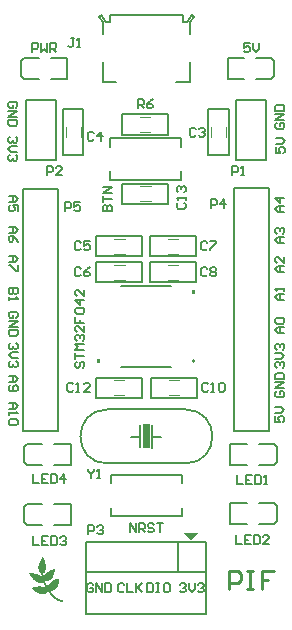
<source format=gto>
G04*
G04 #@! TF.GenerationSoftware,Altium Limited,Altium Designer,18.1.6 (161)*
G04*
G04 Layer_Color=65535*
%FSTAX24Y24*%
%MOIN*%
G70*
G01*
G75*
%ADD10C,0.0079*%
%ADD11C,0.0070*%
%ADD12C,0.0040*%
%ADD13C,0.0050*%
%ADD14C,0.0080*%
%ADD15C,0.0060*%
%ADD16C,0.0059*%
%ADD17C,0.0100*%
G36*
X016421Y012489D02*
X016671Y012739D01*
X016171D01*
X016421Y012489D01*
D02*
G37*
G36*
X015036Y016345D02*
Y015555D01*
X014806D01*
Y016345D01*
X015036D01*
D02*
G37*
G36*
X013367Y01838D02*
X013267D01*
Y01853D01*
X013367D01*
Y01838D01*
D02*
G37*
G36*
X016447Y020683D02*
X016547D01*
Y020833D01*
X016447D01*
Y020683D01*
D02*
G37*
G36*
X011475Y011914D02*
X01148Y011913D01*
X011481Y011911D01*
X011484Y011907D01*
X011488Y011899D01*
X011494Y011889D01*
X011499Y011879D01*
X011505Y011869D01*
X011508Y01186D01*
X01151Y011854D01*
X011512Y011851D01*
X011521Y011832D01*
X011528Y011816D01*
X011534Y011801D01*
X011538Y01179D01*
X011541Y011779D01*
X011544Y011773D01*
X011546Y011769D01*
Y011768D01*
X011549Y011754D01*
X011553Y011741D01*
X011554Y011735D01*
Y011731D01*
X011556Y011728D01*
Y011727D01*
X01156Y01171D01*
X011563Y011699D01*
X011566Y011691D01*
Y011689D01*
X01157Y011672D01*
X011572Y011659D01*
X011573Y011649D01*
Y011648D01*
Y011646D01*
X011575Y011631D01*
Y011615D01*
Y011608D01*
Y011602D01*
Y011598D01*
Y011596D01*
Y011574D01*
X011573Y011566D01*
Y011558D01*
Y011552D01*
X011572Y011548D01*
Y011545D01*
Y011544D01*
X01157Y01153D01*
X011569Y011519D01*
X011568Y01151D01*
X011566Y011508D01*
Y011507D01*
X011559Y011485D01*
X011551Y011465D01*
X011547Y011457D01*
X011544Y011451D01*
X011543Y011447D01*
X011541Y011445D01*
X011528Y011425D01*
X011515Y011407D01*
X011509Y0114D01*
X011505Y011394D01*
X011502Y011391D01*
X0115Y01139D01*
X011494Y011383D01*
X011493Y011381D01*
X011491Y01138D01*
X01149Y011377D01*
X011488Y011375D01*
X011487D01*
X011486Y011369D01*
Y011361D01*
X011487Y011352D01*
Y01135D01*
Y011349D01*
X011488Y01134D01*
X01149Y011328D01*
X011493Y011314D01*
X011496Y011301D01*
X011497Y011287D01*
X0115Y011276D01*
X011502Y011268D01*
Y011267D01*
Y011265D01*
X011503Y01126D01*
Y011258D01*
X011505Y011255D01*
Y011257D01*
X011506Y011258D01*
Y01126D01*
Y011261D01*
X01151Y01127D01*
X011512Y011273D01*
Y011274D01*
X011516Y011286D01*
X011522Y011298D01*
X011525Y011305D01*
X011527Y011306D01*
Y011308D01*
X011532Y01132D01*
X011538Y01133D01*
X011541Y011336D01*
X011543Y011337D01*
X011559Y011359D01*
X011573Y011377D01*
X011579Y011384D01*
X011585Y01139D01*
X011588Y011393D01*
X011589Y011394D01*
X01161Y011415D01*
X011629Y011429D01*
X011636Y011435D01*
X011642Y01144D01*
X011645Y011441D01*
X011647Y011443D01*
X011666Y011454D01*
X011683Y011465D01*
X011691Y011467D01*
X011696Y01147D01*
X011701Y011473D01*
X011702D01*
X011724Y011482D01*
X01174Y011489D01*
X011746Y011491D01*
X011751Y011492D01*
X011753Y011494D01*
X011755D01*
X011764Y011497D01*
X011765Y011498D01*
X011767D01*
X011774Y0115D01*
X011775Y011501D01*
X011781Y011503D01*
X011789Y011504D01*
X011793Y011506D01*
X011796D01*
X011808Y011508D01*
X011819Y011511D01*
X011827Y011513D01*
X01183D01*
X01184Y011514D01*
X011849D01*
X011853Y011513D01*
X011854D01*
X01186Y011511D01*
X011865Y011507D01*
X011866Y011504D01*
X011868Y011503D01*
X011871Y011495D01*
Y011486D01*
Y011481D01*
Y011479D01*
Y011478D01*
X011869Y011465D01*
X011866Y011451D01*
X011865Y011445D01*
X011863Y011441D01*
X011862Y011438D01*
Y011437D01*
X011857Y011426D01*
X011856Y011422D01*
Y011421D01*
X011854Y011415D01*
Y011409D01*
X011853Y011406D01*
Y011405D01*
X011846Y011383D01*
X01184Y011364D01*
X011837Y011356D01*
X011834Y01135D01*
X011833Y011346D01*
Y011344D01*
X011825Y011324D01*
X011816Y011306D01*
X011813Y011299D01*
X011812Y011293D01*
X011809Y01129D01*
Y011289D01*
X0118Y011273D01*
X011793Y011257D01*
X011783Y011243D01*
X011775Y01123D01*
X011768Y011221D01*
X011762Y011213D01*
X011758Y011208D01*
X011756Y011207D01*
X011745Y011195D01*
X011733Y011183D01*
X011721Y011173D01*
X011711Y011166D01*
X011702Y01116D01*
X011695Y011156D01*
X011691Y011153D01*
X011689Y011151D01*
X011677Y011145D01*
X011666Y011141D01*
X011657Y011137D01*
X011654Y011135D01*
X011652D01*
X011638Y011129D01*
X011625Y011125D01*
X011617Y011123D01*
X011616Y011122D01*
X011614D01*
X011606Y01112D01*
X011597Y011118D01*
X011589Y011116D01*
X011587D01*
X011576Y011115D01*
X011568D01*
X011563Y011113D01*
X011551D01*
X011549Y011112D01*
X011547D01*
Y01111D01*
Y011109D01*
X011549Y011104D01*
X011551Y011094D01*
X011554Y011085D01*
X011556Y011082D01*
Y011081D01*
X011563Y011063D01*
X01157Y011047D01*
X011572Y011041D01*
X011575Y011037D01*
X011576Y011034D01*
Y011033D01*
X011581Y011024D01*
X011585Y011012D01*
X011595Y010992D01*
X0116Y010983D01*
X011604Y010976D01*
X011606Y01097D01*
X011607Y010968D01*
X011614Y010955D01*
X01162Y010945D01*
X011625Y010936D01*
X011628Y01093D01*
X01163Y010926D01*
X011632Y010923D01*
X011633Y010921D01*
X011635Y010918D01*
X011638D01*
X011639Y01092D01*
Y010923D01*
Y010926D01*
Y010927D01*
Y010932D01*
Y010933D01*
X011641Y010936D01*
Y010937D01*
X011642Y01094D01*
Y010942D01*
X011644Y010946D01*
Y010948D01*
X011645Y010952D01*
Y010954D01*
X011647Y010958D01*
Y010959D01*
X011648Y010962D01*
Y010964D01*
X01165Y01097D01*
X011651Y010971D01*
X011655Y01098D01*
X011658Y010987D01*
X011661Y010993D01*
X011663Y010996D01*
X011669Y011006D01*
X011671Y011015D01*
X011674Y011021D01*
X011676Y011022D01*
X011691Y011043D01*
X011705Y011059D01*
X011711Y011066D01*
X011715Y011071D01*
X011718Y011074D01*
X01172Y011075D01*
X01174Y011094D01*
X011759Y011109D01*
X011768Y011115D01*
X011774Y011119D01*
X011778Y011122D01*
X01178Y011123D01*
X0118Y011137D01*
X011819Y011147D01*
X011827Y011151D01*
X011833Y011154D01*
X011837Y011157D01*
X011838D01*
X011863Y011169D01*
X011875Y011173D01*
X011885Y011178D01*
X011894Y011181D01*
X0119Y011183D01*
X011904Y011185D01*
X011906D01*
X011919Y011189D01*
X011932Y011194D01*
X011938Y011195D01*
X011942Y011197D01*
X011945Y011198D01*
X011947D01*
X011955Y011201D01*
X011963Y011204D01*
X011969Y011205D01*
X011973Y011207D01*
X011979Y011208D01*
X01198D01*
X011985Y01121D01*
X011986D01*
X011991Y011208D01*
X011994Y011207D01*
X011996Y011205D01*
X011998Y011204D01*
X012001Y011202D01*
X012002Y011201D01*
X012004Y011198D01*
Y011195D01*
X012005Y011185D01*
X012007Y011176D01*
Y011173D01*
Y011172D01*
Y011154D01*
Y011141D01*
Y011135D01*
X012005Y011131D01*
Y011129D01*
Y011128D01*
Y011123D01*
Y011119D01*
X012004Y011116D01*
Y011115D01*
Y011109D01*
Y011103D01*
Y0111D01*
Y011099D01*
X012002Y01109D01*
X012001Y011087D01*
Y011085D01*
Y011082D01*
Y011079D01*
Y011078D01*
Y011075D01*
X011999Y011074D01*
Y011072D01*
Y011066D01*
X011998Y011065D01*
Y011063D01*
X011996Y011058D01*
X011995Y01105D01*
X011992Y011034D01*
X011989Y011027D01*
X011988Y011021D01*
X011986Y011017D01*
Y011015D01*
X01198Y010993D01*
X011977Y010984D01*
X011975Y010976D01*
X011972Y01097D01*
X01197Y010965D01*
X011969Y010962D01*
Y010961D01*
X01196Y010942D01*
X01195Y010926D01*
X011939Y01091D01*
X011929Y010897D01*
X01192Y010886D01*
X011913Y010879D01*
X011909Y010873D01*
X011907Y010872D01*
X011893Y010858D01*
X011878Y010848D01*
X011863Y010839D01*
X01185Y010832D01*
X011838Y010826D01*
X01183Y010822D01*
X011824Y01082D01*
X011821Y010819D01*
X011812Y010815D01*
X011809Y010813D01*
X011808D01*
X011799Y010812D01*
X011796Y01081D01*
X011794D01*
X011787Y010809D01*
X011786Y010807D01*
X011784D01*
X011778Y010806D01*
X011777Y010804D01*
X011771D01*
X01177Y010803D01*
X011756D01*
X011749Y010801D01*
X011746Y0108D01*
X011737D01*
X011733Y010798D01*
X011717D01*
Y010795D01*
X01172Y010791D01*
X011727Y010779D01*
X011731Y010772D01*
X011734Y010768D01*
X011737Y010763D01*
X011739Y010762D01*
X011758Y010738D01*
X011768Y010727D01*
X011775Y010716D01*
X011783Y010708D01*
X011789Y0107D01*
X011793Y010696D01*
X011794Y010694D01*
X011808Y01068D01*
X011821Y010665D01*
X011827Y010659D01*
X011831Y010653D01*
X011834Y010651D01*
X011835Y010649D01*
X011846Y01064D01*
X011853Y010633D01*
X011866Y010621D01*
X011872Y010615D01*
X011875Y010614D01*
X011898Y010596D01*
X01191Y010589D01*
X011919Y010582D01*
X011928Y010576D01*
X011934Y010571D01*
X011938Y01057D01*
X011939Y010569D01*
X011964Y010554D01*
X011976Y010547D01*
X011988Y010541D01*
X011996Y010536D01*
X012004Y010532D01*
X01201Y010531D01*
X012011Y010529D01*
X012032Y01052D01*
X012048Y010513D01*
X012054Y01051D01*
X012058Y010509D01*
X012061Y010507D01*
X012062D01*
X012081Y0105D01*
X012098Y010494D01*
X012103Y010492D01*
X012109Y010491D01*
X012112Y010489D01*
X012114D01*
X012118Y010488D01*
X012121Y010487D01*
X012124Y010485D01*
X012128Y010482D01*
X012131Y010481D01*
Y010479D01*
X012136Y010475D01*
X012137Y010473D01*
X01214Y010468D01*
X012141Y010466D01*
X012144Y01046D01*
Y010457D01*
X012146Y010451D01*
Y01045D01*
Y010449D01*
Y010441D01*
X012144Y010435D01*
X012143Y010432D01*
X012141Y010431D01*
X012137Y010427D01*
X012133Y010422D01*
X01213Y010421D01*
X012128Y010419D01*
X012122Y010418D01*
X012119D01*
X012117Y010416D01*
X012099D01*
X012093Y010418D01*
X012087Y010419D01*
X012086D01*
X012078Y010421D01*
X012071Y010424D01*
X012065Y010425D01*
X012062Y010427D01*
X012055Y010429D01*
X012046Y010434D01*
X012039Y010437D01*
X012037Y010438D01*
X012036D01*
X012026Y010444D01*
X01202Y010447D01*
X012017Y010449D01*
X012016D01*
X012014Y01045D01*
X012013Y010451D01*
X01201Y010453D01*
X012008D01*
X011996Y01046D01*
X011992Y010462D01*
X011991Y010463D01*
X011972Y010473D01*
X011958Y010481D01*
X01195Y010485D01*
X011947Y010487D01*
X011941Y010489D01*
X011934Y010495D01*
X011916Y010506D01*
X011907Y010511D01*
X0119Y010516D01*
X011895Y010519D01*
X011894Y01052D01*
X011879Y010529D01*
X011868Y010538D01*
X011859Y010544D01*
X011852Y01055D01*
X011846Y010554D01*
X011841Y010557D01*
X01184Y010558D01*
X011838D01*
X011828Y010567D01*
X011821Y010573D01*
X011816Y010577D01*
X011815Y010579D01*
X011809Y010586D01*
X011805Y010591D01*
X011802Y010593D01*
X0118Y010595D01*
X011794Y010601D01*
X01179Y010607D01*
X011784Y010611D01*
X011783Y010612D01*
X011768Y010626D01*
X011756Y010637D01*
X011748Y010646D01*
X011746Y010648D01*
X011745Y010649D01*
X011731Y010665D01*
X01172Y01068D01*
X011715Y010686D01*
X011711Y01069D01*
X01171Y010693D01*
X011708Y010694D01*
X011705Y010699D01*
X011701Y010705D01*
X011698Y010709D01*
X011696Y010711D01*
X011691Y010719D01*
X011685Y010728D01*
X011682Y010734D01*
X01168Y010735D01*
X011674Y010744D01*
X011669Y010752D01*
X011666Y010757D01*
X011664Y010759D01*
X01166Y010765D01*
X011657Y010769D01*
X011655Y010771D01*
X011652Y010774D01*
X011644Y010765D01*
X011636Y010759D01*
X011628Y010752D01*
X011622Y010747D01*
X01162Y010744D01*
X011619D01*
X011609Y010737D01*
X011601Y010731D01*
X011595Y010727D01*
X011594Y010725D01*
X011587Y010721D01*
X011578Y010716D01*
X011572Y010713D01*
X01157Y010712D01*
X011569D01*
X011559Y010708D01*
X011551Y010703D01*
X011546Y010702D01*
X011544Y0107D01*
X011528Y010696D01*
X011513Y010693D01*
X011508Y010692D01*
X011503Y01069D01*
X011499D01*
X011481Y010689D01*
X011465D01*
X011458Y01069D01*
X011434D01*
X011426Y010692D01*
X011417D01*
X011408Y010694D01*
X011398Y010697D01*
X01139Y010699D01*
X011389Y0107D01*
X011387D01*
X011354Y010712D01*
X011339Y010718D01*
X011326Y010722D01*
X011314Y010728D01*
X011305Y010733D01*
X0113Y010734D01*
X011298Y010735D01*
X011266Y010754D01*
X01125Y010765D01*
X011237Y010775D01*
X011223Y010782D01*
X011215Y01079D01*
X011209Y010794D01*
X011206Y010795D01*
X011181Y010816D01*
X011169Y010823D01*
X011161Y010832D01*
X011152Y010838D01*
X011146Y010842D01*
X011143Y010845D01*
X011142Y010847D01*
X011133Y010854D01*
X011125Y010861D01*
X01112Y010866D01*
X011115Y01087D01*
X011112Y010875D01*
X011111Y010876D01*
X011109Y01088D01*
Y010885D01*
Y010888D01*
Y010889D01*
X011112Y010898D01*
X011115Y010901D01*
Y010902D01*
X011118Y010904D01*
X011125Y010907D01*
X011133Y01091D01*
X011142Y010913D01*
X01115Y010914D01*
X011158Y010917D01*
X011163Y010918D01*
X011165D01*
X011181Y010923D01*
X011196Y010926D01*
X011207Y010929D01*
X011218Y01093D01*
X011225Y010932D01*
X011231Y010933D01*
X011235D01*
X011237Y010935D01*
X011243D01*
X01125Y010936D01*
X011253Y010937D01*
X01126Y010939D01*
X011263D01*
X011267Y01094D01*
X011276D01*
X011282Y010942D01*
X011284D01*
X011294Y010943D01*
X011304Y010945D01*
X011317D01*
X011336Y010946D01*
X011393D01*
X011409Y010945D01*
X011423D01*
X011433Y010943D01*
X011442D01*
X011447Y010942D01*
X011452D01*
X011471Y01094D01*
X011486Y010937D01*
X011491Y010936D01*
X011496D01*
X011499Y010935D01*
X0115D01*
X011516Y01093D01*
X011529Y010926D01*
X011535Y010923D01*
X01154Y010921D01*
X011541Y01092D01*
X011543D01*
X01155Y010917D01*
X011556Y010916D01*
X011563Y010913D01*
X011566Y01091D01*
X011568D01*
Y010911D01*
X011566Y010914D01*
X011565Y010917D01*
X011563Y010918D01*
X011557Y010927D01*
X011551Y010939D01*
X011541Y010962D01*
X011535Y010973D01*
X011532Y010981D01*
X011529Y010987D01*
X011528Y010989D01*
X011521Y011006D01*
X011513Y011021D01*
X011508Y011034D01*
X011503Y011044D01*
X0115Y011053D01*
X011497Y01106D01*
X011496Y011063D01*
Y011065D01*
X011493Y011071D01*
X011491Y011072D01*
Y011074D01*
X01149Y011081D01*
X011488Y011084D01*
X011487Y01109D01*
X011486Y011091D01*
Y011094D01*
X011484D01*
X011483Y011093D01*
X011481D01*
X011477Y011091D01*
X011475Y01109D01*
X011474D01*
X011461Y011084D01*
X011449Y011079D01*
X01144Y011077D01*
X011439Y011075D01*
X011437D01*
X011426Y011072D01*
X011414Y011071D01*
X011405Y011069D01*
X011357D01*
X011352Y011071D01*
X011348D01*
X011332Y011074D01*
X011316Y011079D01*
X01131Y011081D01*
X011304Y011084D01*
X011301Y011085D01*
X0113D01*
X011279Y011094D01*
X01126Y011104D01*
X011241Y011116D01*
X011223Y011128D01*
X011209Y01114D01*
X011199Y011148D01*
X011191Y011154D01*
X011188Y011156D01*
X011166Y011176D01*
X011146Y011197D01*
X011127Y011219D01*
X011109Y011239D01*
X011095Y011257D01*
X011084Y01127D01*
X01108Y011276D01*
X011077Y01128D01*
X011074Y011282D01*
Y011283D01*
X011064Y011296D01*
X011057Y011308D01*
X011049Y011317D01*
X011043Y011325D01*
X011039Y011331D01*
X011036Y011336D01*
X011033Y011339D01*
Y01134D01*
X011026Y011353D01*
X011021Y011361D01*
X01102Y011365D01*
Y011366D01*
X011021Y011371D01*
X011023Y011375D01*
X011024Y011377D01*
Y011378D01*
X011032Y011385D01*
X011033Y011387D01*
X011071D01*
X011077Y011385D01*
X011086D01*
X011106Y011384D01*
X011125Y011383D01*
X011142Y01138D01*
X011156Y011378D01*
X011169Y011377D01*
X011178Y011375D01*
X011184Y011374D01*
X011185D01*
X011218Y011369D01*
X011232Y011366D01*
X011244Y011364D01*
X011254Y011361D01*
X011262Y011359D01*
X011267Y011358D01*
X011269D01*
X011275Y011356D01*
X011281Y011353D01*
X011284Y011352D01*
X011285D01*
X011289Y01135D01*
X011295D01*
X011303Y011349D01*
X011311Y011344D01*
X011319Y011342D01*
X01132Y01134D01*
X011322D01*
X011335Y011336D01*
X011345Y011331D01*
X011351Y01133D01*
X011352Y011328D01*
X011365Y011323D01*
X011379Y011315D01*
X011389Y011311D01*
X01139Y011308D01*
X011392D01*
X011407Y011299D01*
X011417Y011293D01*
X011424Y011289D01*
X011426Y011287D01*
X01143Y011284D01*
X011431Y011283D01*
X011434Y011282D01*
Y011284D01*
Y011286D01*
X011433Y011287D01*
X011431Y011289D01*
X011433Y01129D01*
Y011292D01*
Y011293D01*
Y011295D01*
X011431Y011296D01*
Y011303D01*
X01143Y011305D01*
Y011306D01*
Y011314D01*
X011428Y011315D01*
Y011317D01*
X011427Y011325D01*
Y011327D01*
Y011328D01*
X011426Y011333D01*
X011424Y011334D01*
Y01134D01*
Y011342D01*
Y011344D01*
X011423Y011346D01*
Y01135D01*
Y011352D01*
Y011359D01*
X011421Y011364D01*
X01142Y011365D01*
Y011366D01*
X011415Y011372D01*
X011409Y01138D01*
X011405Y011385D01*
X011402Y011388D01*
X011383Y011409D01*
X01137Y011426D01*
X011365Y011432D01*
X011361Y011438D01*
X01136Y011441D01*
X011358Y011443D01*
X011348Y011463D01*
X011339Y011481D01*
X011338Y011488D01*
X011335Y011494D01*
X011333Y011497D01*
Y011498D01*
X011329Y011514D01*
X011326Y011532D01*
X011325Y011548D01*
X011323Y011563D01*
Y011576D01*
Y011586D01*
Y011592D01*
Y011595D01*
X011325Y011615D01*
X011327Y011636D01*
X011332Y011653D01*
X011335Y011671D01*
X011339Y011686D01*
X011342Y011696D01*
X011344Y011703D01*
X011345Y011706D01*
X011357Y011735D01*
X011363Y01175D01*
X011368Y011763D01*
X011373Y011775D01*
X011377Y011784D01*
X01138Y011791D01*
X011382Y011792D01*
X01139Y01181D01*
X011399Y011826D01*
X011408Y011842D01*
X011415Y011855D01*
X011421Y011866D01*
X011427Y011874D01*
X01143Y01188D01*
X011431Y011882D01*
X011439Y011892D01*
X011445Y011899D01*
X011446Y011902D01*
X011447Y011904D01*
X01145Y011908D01*
X011453Y011911D01*
X011455Y011913D01*
X011458Y011914D01*
X011459D01*
X011465Y011915D01*
X011474D01*
X011475Y011914D01*
D02*
G37*
D10*
X016536Y018455D02*
G03*
X016536Y018455I-000039J0D01*
G01*
X01374Y014665D02*
X016102D01*
Y01439D02*
Y014665D01*
X01374Y01439D02*
Y014665D01*
Y013287D02*
Y013563D01*
X016102Y013287D02*
Y013563D01*
X01374Y013287D02*
X016102D01*
X013699Y024501D02*
X016061D01*
X013699D02*
Y024777D01*
X016061Y024501D02*
Y024777D01*
Y025603D02*
Y025879D01*
X013699Y025603D02*
Y025879D01*
X016061D01*
D11*
X016221Y015045D02*
G03*
X016221Y016845I0J0009D01*
G01*
X013621D02*
G03*
X013621Y015045I0J-0009D01*
G01*
X017851Y016133D02*
Y024213D01*
X019021D01*
Y016133D02*
Y024213D01*
X017851Y016133D02*
X019021D01*
X011991Y016126D02*
Y024206D01*
X010821Y016126D02*
X011991D01*
X010821D02*
Y024206D01*
X011991D01*
X014401Y015935D02*
X014711D01*
Y015585D02*
Y016325D01*
X015121Y015935D02*
X015421D01*
X015121Y015575D02*
Y016325D01*
X013621Y016845D02*
X016221D01*
X013621Y015045D02*
X016221D01*
X012921Y010029D02*
Y011429D01*
Y010029D02*
X016921D01*
Y011429D01*
X012921Y012429D02*
X016921D01*
Y011429D02*
Y012429D01*
X012921Y011429D02*
X016921D01*
X012921D02*
Y012429D01*
X015971Y011439D02*
Y012429D01*
X01837Y02906D02*
X01817D01*
Y02891D01*
X01827Y02896D01*
X01832D01*
X01837Y02891D01*
Y02881D01*
X01832Y02876D01*
X01822D01*
X01817Y02881D01*
X01847Y02906D02*
Y02886D01*
X01857Y02876D01*
X01867Y02886D01*
Y02906D01*
X011114Y028766D02*
Y029066D01*
X011264D01*
X011314Y029016D01*
Y028916D01*
X011264Y028866D01*
X011114D01*
X011414Y029066D02*
Y028766D01*
X011514Y028866D01*
X011614Y028766D01*
Y029066D01*
X011714Y028766D02*
Y029066D01*
X011864D01*
X011914Y029016D01*
Y028916D01*
X011864Y028866D01*
X011714D01*
X011814D02*
X011914Y028766D01*
X0126Y01843D02*
X01255Y01838D01*
Y01828D01*
X0126Y01823D01*
X01265D01*
X0127Y01828D01*
Y01838D01*
X01275Y01843D01*
X0128D01*
X01285Y01838D01*
Y01828D01*
X0128Y01823D01*
X01255Y01853D02*
Y01873D01*
Y01863D01*
X01285D01*
Y01883D02*
X01255D01*
X01265Y01893D01*
X01255Y01903D01*
X01285D01*
X0126Y01913D02*
X01255Y01918D01*
Y01928D01*
X0126Y01933D01*
X01265D01*
X0127Y01928D01*
Y01923D01*
Y01928D01*
X01275Y01933D01*
X0128D01*
X01285Y01928D01*
Y01918D01*
X0128Y01913D01*
X01285Y01963D02*
Y01943D01*
X01265Y01963D01*
X0126D01*
X01255Y01958D01*
Y01948D01*
X0126Y01943D01*
X01255Y019929D02*
Y01973D01*
X0127D01*
Y019829D01*
Y01973D01*
X01285D01*
X0126Y020029D02*
X01255Y020079D01*
Y020179D01*
X0126Y020229D01*
X0128D01*
X01285Y020179D01*
Y020079D01*
X0128Y020029D01*
X0126D01*
X01285Y020479D02*
X01255D01*
X0127Y020329D01*
Y020529D01*
X01285Y020829D02*
Y020629D01*
X01265Y020829D01*
X0126D01*
X01255Y020779D01*
Y020679D01*
X0126Y020629D01*
X016036Y01101D02*
X016086Y01106D01*
X016186D01*
X016236Y01101D01*
Y01096D01*
X016186Y01091D01*
X016136D01*
X016186D01*
X016236Y01086D01*
Y01081D01*
X016186Y01076D01*
X016086D01*
X016036Y01081D01*
X016336Y01106D02*
Y01086D01*
X016436Y01076D01*
X016536Y01086D01*
Y01106D01*
X016636Y01101D02*
X016686Y01106D01*
X016786D01*
X016836Y01101D01*
Y01096D01*
X016786Y01091D01*
X016736D01*
X016786D01*
X016836Y01086D01*
Y01081D01*
X016786Y01076D01*
X016686D01*
X016636Y01081D01*
X013156Y01101D02*
X013106Y01106D01*
X013006D01*
X012956Y01101D01*
Y01081D01*
X013006Y01076D01*
X013106D01*
X013156Y01081D01*
Y01091D01*
X013056D01*
X013256Y01076D02*
Y01106D01*
X013456Y01076D01*
Y01106D01*
X013556D02*
Y01076D01*
X013706D01*
X013756Y01081D01*
Y01101D01*
X013706Y01106D01*
X013556D01*
X014959D02*
Y01076D01*
X015109D01*
X015159Y01081D01*
Y01101D01*
X015109Y01106D01*
X014959D01*
X015259D02*
X015359D01*
X015309D01*
Y01076D01*
X015259D01*
X015359D01*
X015659Y01106D02*
X015559D01*
X015509Y01101D01*
Y01081D01*
X015559Y01076D01*
X015659D01*
X015709Y01081D01*
Y01101D01*
X015659Y01106D01*
X014183Y01101D02*
X014133Y01106D01*
X014033D01*
X013983Y01101D01*
Y01081D01*
X014033Y01076D01*
X014133D01*
X014183Y01081D01*
X014283Y01106D02*
Y01076D01*
X014482D01*
X014582Y01106D02*
Y01076D01*
Y01086D01*
X014782Y01106D01*
X014632Y01091D01*
X014782Y01076D01*
X01923Y025578D02*
Y025378D01*
X01938D01*
X01933Y025478D01*
Y025528D01*
X01938Y025578D01*
X01948D01*
X01953Y025528D01*
Y025428D01*
X01948Y025378D01*
X01923Y025678D02*
X01943D01*
X01953Y025778D01*
X01943Y025878D01*
X01923D01*
X01927Y0264D02*
X01922Y02635D01*
Y02625D01*
X01927Y0262D01*
X01947D01*
X01952Y02625D01*
Y02635D01*
X01947Y0264D01*
X01937D01*
Y0263D01*
X01952Y0265D02*
X01922D01*
X01952Y0267D01*
X01922D01*
Y0268D02*
X01952D01*
Y02695D01*
X01947Y027D01*
X01927D01*
X01922Y02695D01*
Y0268D01*
X01057Y0269D02*
X01062Y02695D01*
Y02705D01*
X01057Y0271D01*
X01037D01*
X01032Y02705D01*
Y02695D01*
X01037Y0269D01*
X01047D01*
Y027D01*
X01032Y0268D02*
X01062D01*
X01032Y0266D01*
X01062D01*
Y0265D02*
X01032D01*
Y02635D01*
X01037Y0263D01*
X01057D01*
X01062Y02635D01*
Y0265D01*
X01056Y02594D02*
X01061Y02589D01*
Y02579D01*
X01056Y02574D01*
X01051D01*
X01046Y02579D01*
Y02584D01*
Y02579D01*
X01041Y02574D01*
X01036D01*
X01031Y02579D01*
Y02589D01*
X01036Y02594D01*
X01061Y02564D02*
X01041D01*
X01031Y02554D01*
X01041Y02544D01*
X01061D01*
X01056Y02534D02*
X01061Y02529D01*
Y02519D01*
X01056Y02514D01*
X01051D01*
X01046Y02519D01*
Y02524D01*
Y02519D01*
X01041Y02514D01*
X01036D01*
X01031Y02519D01*
Y02529D01*
X01036Y02534D01*
X01921Y016618D02*
Y016418D01*
X01936D01*
X01931Y016518D01*
Y016568D01*
X01936Y016618D01*
X01946D01*
X01951Y016568D01*
Y016468D01*
X01946Y016418D01*
X01921Y016718D02*
X01941D01*
X01951Y016818D01*
X01941Y016918D01*
X01921D01*
X01926Y01745D02*
X01921Y0174D01*
Y0173D01*
X01926Y01725D01*
X01946D01*
X01951Y0173D01*
Y0174D01*
X01946Y01745D01*
X01936D01*
Y01735D01*
X01951Y01755D02*
X01921D01*
X01951Y01775D01*
X01921D01*
Y01785D02*
X01951D01*
Y018D01*
X01946Y01805D01*
X01926D01*
X01921Y018D01*
Y01785D01*
X01926Y01824D02*
X01921Y01829D01*
Y01839D01*
X01926Y01844D01*
X01931D01*
X01936Y01839D01*
Y01834D01*
Y01839D01*
X01941Y01844D01*
X01946D01*
X01951Y01839D01*
Y01829D01*
X01946Y01824D01*
X01921Y01854D02*
X01941D01*
X01951Y01864D01*
X01941Y01874D01*
X01921D01*
X01926Y01884D02*
X01921Y01889D01*
Y01899D01*
X01926Y01904D01*
X01931D01*
X01936Y01899D01*
Y01894D01*
Y01899D01*
X01941Y01904D01*
X01946D01*
X01951Y01899D01*
Y01889D01*
X01946Y01884D01*
X01058Y01906D02*
X01063Y01901D01*
Y01891D01*
X01058Y01886D01*
X01053D01*
X01048Y01891D01*
Y01896D01*
Y01891D01*
X01043Y01886D01*
X01038D01*
X01033Y01891D01*
Y01901D01*
X01038Y01906D01*
X01063Y01876D02*
X01043D01*
X01033Y01866D01*
X01043Y01856D01*
X01063D01*
X01058Y01846D02*
X01063Y01841D01*
Y01831D01*
X01058Y01826D01*
X01053D01*
X01048Y01831D01*
Y01836D01*
Y01831D01*
X01043Y01826D01*
X01038D01*
X01033Y01831D01*
Y01841D01*
X01038Y01846D01*
X01058Y0199D02*
X01063Y01995D01*
Y02005D01*
X01058Y0201D01*
X01038D01*
X01033Y02005D01*
Y01995D01*
X01038Y0199D01*
X01048D01*
Y02D01*
X01033Y0198D02*
X01063D01*
X01033Y0196D01*
X01063D01*
Y0195D02*
X01033D01*
Y01935D01*
X01038Y0193D01*
X01058D01*
X01063Y01935D01*
Y0195D01*
Y02089D02*
X01033D01*
Y02074D01*
X01038Y02069D01*
X01043D01*
X01048Y02074D01*
Y02089D01*
Y02074D01*
X01053Y02069D01*
X01058D01*
X01063Y02074D01*
Y02089D01*
X01033Y02059D02*
Y02049D01*
Y02054D01*
X01063D01*
X01058Y02059D01*
X01033Y01707D02*
X01053D01*
X01063Y01697D01*
X01053Y01687D01*
X01033D01*
X01048D01*
Y01707D01*
X01033Y01677D02*
Y01667D01*
Y01672D01*
X01063D01*
X01058Y01677D01*
Y01652D02*
X01063Y01647D01*
Y01637D01*
X01058Y01632D01*
X01038D01*
X01033Y01637D01*
Y01647D01*
X01038Y01652D01*
X01058D01*
X01033Y01795D02*
X01053D01*
X01063Y01785D01*
X01053Y01775D01*
X01033D01*
X01048D01*
Y01795D01*
X01038Y01765D02*
X01033Y0176D01*
Y0175D01*
X01038Y01745D01*
X01058D01*
X01063Y0175D01*
Y0176D01*
X01058Y01765D01*
X01053D01*
X01048Y0176D01*
Y01745D01*
X01033Y02196D02*
X01053D01*
X01063Y02186D01*
X01053Y02176D01*
X01033D01*
X01048D01*
Y02196D01*
X01063Y02166D02*
Y02146D01*
X01058D01*
X01038Y02166D01*
X01033D01*
Y02294D02*
X01053D01*
X01063Y02284D01*
X01053Y02274D01*
X01033D01*
X01048D01*
Y02294D01*
X01063Y02244D02*
X01058Y02254D01*
X01048Y02264D01*
X01038D01*
X01033Y02259D01*
Y02249D01*
X01038Y02244D01*
X01043D01*
X01048Y02249D01*
Y02264D01*
X01034Y02395D02*
X01054D01*
X01064Y02385D01*
X01054Y02375D01*
X01034D01*
X01049D01*
Y02395D01*
X01064Y02345D02*
Y02365D01*
X01049D01*
X01054Y02355D01*
Y0235D01*
X01049Y02345D01*
X01039D01*
X01034Y0235D01*
Y0236D01*
X01039Y02365D01*
X01951Y02343D02*
X01931D01*
X01921Y02353D01*
X01931Y02363D01*
X01951D01*
X01936D01*
Y02343D01*
X01951Y02388D02*
X01921D01*
X01936Y02373D01*
Y02393D01*
X01951Y02241D02*
X01931D01*
X01921Y02251D01*
X01931Y02261D01*
X01951D01*
X01936D01*
Y02241D01*
X01926Y02271D02*
X01921Y02276D01*
Y02286D01*
X01926Y02291D01*
X01931D01*
X01936Y02286D01*
Y02281D01*
Y02286D01*
X01941Y02291D01*
X01946D01*
X01951Y02286D01*
Y02276D01*
X01946Y02271D01*
X01951Y02143D02*
X01931D01*
X01921Y02153D01*
X01931Y02163D01*
X01951D01*
X01936D01*
Y02143D01*
X01951Y02193D02*
Y02173D01*
X01931Y02193D01*
X01926D01*
X01921Y02188D01*
Y02178D01*
X01926Y02173D01*
X01951Y02051D02*
X01931D01*
X01921Y02061D01*
X01931Y02071D01*
X01951D01*
X01936D01*
Y02051D01*
X01951Y02081D02*
Y02091D01*
Y02086D01*
X01921D01*
X01926Y02081D01*
X01951Y0194D02*
X01931D01*
X01921Y0195D01*
X01931Y0196D01*
X01951D01*
X01936D01*
Y0194D01*
X01926Y0197D02*
X01921Y01975D01*
Y01985D01*
X01926Y0199D01*
X01946D01*
X01951Y01985D01*
Y01975D01*
X01946Y0197D01*
X01926D01*
X0116Y02466D02*
Y02496D01*
X01175D01*
X0118Y02491D01*
Y02481D01*
X01175Y02476D01*
X0116D01*
X0121Y02466D02*
X0119D01*
X0121Y02486D01*
Y02491D01*
X01205Y02496D01*
X01195D01*
X0119Y02491D01*
X01317Y02605D02*
X01312Y0261D01*
X01302D01*
X01297Y02605D01*
Y02585D01*
X01302Y0258D01*
X01312D01*
X01317Y02585D01*
X01342Y0258D02*
Y0261D01*
X01327Y02595D01*
X01347D01*
X01778Y02465D02*
Y02495D01*
X01793D01*
X01798Y0249D01*
Y0248D01*
X01793Y02475D01*
X01778D01*
X01808Y02465D02*
X01818D01*
X01813D01*
Y02495D01*
X01808Y0249D01*
X01656Y02619D02*
X01651Y02624D01*
X01641D01*
X01636Y02619D01*
Y02599D01*
X01641Y02594D01*
X01651D01*
X01656Y02599D01*
X01666Y02619D02*
X01671Y02624D01*
X01681D01*
X01686Y02619D01*
Y02614D01*
X01681Y02609D01*
X01676D01*
X01681D01*
X01686Y02604D01*
Y02599D01*
X01681Y02594D01*
X01671D01*
X01666Y02599D01*
X01707Y02356D02*
Y02386D01*
X01722D01*
X01727Y02381D01*
Y02371D01*
X01722Y02366D01*
X01707D01*
X01752Y02356D02*
Y02386D01*
X01737Y02371D01*
X01757D01*
X01221Y02346D02*
Y02376D01*
X01236D01*
X01241Y02371D01*
Y02361D01*
X01236Y02356D01*
X01221D01*
X01271Y02376D02*
X01251D01*
Y02361D01*
X01261Y02366D01*
X01266D01*
X01271Y02361D01*
Y02351D01*
X01266Y02346D01*
X01256D01*
X01251Y02351D01*
X01299Y01486D02*
Y01481D01*
X01309Y01471D01*
X01319Y01481D01*
Y01486D01*
X01309Y01471D02*
Y01456D01*
X01329D02*
X01339D01*
X01334D01*
Y01486D01*
X01329Y01481D01*
X01464Y02689D02*
Y02719D01*
X01479D01*
X01484Y02714D01*
Y02704D01*
X01479Y02699D01*
X01464D01*
X01474D02*
X01484Y02689D01*
X01514Y02719D02*
X01504Y02714D01*
X01494Y02704D01*
Y02694D01*
X01499Y02689D01*
X01509D01*
X01514Y02694D01*
Y02699D01*
X01509Y02704D01*
X01494D01*
X01299Y01269D02*
Y01299D01*
X01314D01*
X01319Y01294D01*
Y01284D01*
X01314Y01279D01*
X01299D01*
X01329Y01294D02*
X01334Y01299D01*
X01344D01*
X01349Y01294D01*
Y01289D01*
X01344Y01284D01*
X01339D01*
X01344D01*
X01349Y01279D01*
Y01274D01*
X01344Y01269D01*
X01334D01*
X01329Y01274D01*
X01113Y01469D02*
Y01439D01*
X01133D01*
X01163Y01469D02*
X01143D01*
Y01439D01*
X01163D01*
X01143Y01454D02*
X01153D01*
X01173Y01469D02*
Y01439D01*
X01188D01*
X01193Y01444D01*
Y01464D01*
X01188Y01469D01*
X01173D01*
X01218Y01439D02*
Y01469D01*
X01203Y01454D01*
X01223D01*
X01115Y01262D02*
Y01232D01*
X01135D01*
X01165Y01262D02*
X01145D01*
Y01232D01*
X01165D01*
X01145Y01247D02*
X01155D01*
X01175Y01262D02*
Y01232D01*
X0119D01*
X01195Y01237D01*
Y01257D01*
X0119Y01262D01*
X01175D01*
X01205Y01257D02*
X0121Y01262D01*
X0122D01*
X01225Y01257D01*
Y01252D01*
X0122Y01247D01*
X01215D01*
X0122D01*
X01225Y01242D01*
Y01237D01*
X0122Y01232D01*
X0121D01*
X01205Y01237D01*
X0179Y01265D02*
Y01235D01*
X0181D01*
X0184Y01265D02*
X0182D01*
Y01235D01*
X0184D01*
X0182Y0125D02*
X0183D01*
X0185Y01265D02*
Y01235D01*
X01865D01*
X0187Y0124D01*
Y0126D01*
X01865Y01265D01*
X0185D01*
X019Y01235D02*
X0188D01*
X019Y01255D01*
Y0126D01*
X01895Y01265D01*
X01885D01*
X0188Y0126D01*
X01795Y01466D02*
Y01436D01*
X01815D01*
X01845Y01466D02*
X01825D01*
Y01436D01*
X01845D01*
X01825Y01451D02*
X01835D01*
X01855Y01466D02*
Y01436D01*
X0187D01*
X01875Y01441D01*
Y01461D01*
X0187Y01466D01*
X01855D01*
X01885Y01436D02*
X01895D01*
X0189D01*
Y01466D01*
X01885Y01461D01*
X01252Y02922D02*
X01242D01*
X01247D01*
Y02897D01*
X01242Y02892D01*
X01237D01*
X01232Y02897D01*
X01262Y02892D02*
X01272D01*
X01267D01*
Y02922D01*
X01262Y02917D01*
X01249Y01769D02*
X01244Y01774D01*
X01234D01*
X01229Y01769D01*
Y01749D01*
X01234Y01744D01*
X01244D01*
X01249Y01749D01*
X01259Y01744D02*
X01269D01*
X01264D01*
Y01774D01*
X01259Y01769D01*
X01304Y01744D02*
X01284D01*
X01304Y01764D01*
Y01769D01*
X01299Y01774D01*
X01289D01*
X01284Y01769D01*
X01599Y02373D02*
X01594Y02368D01*
Y02358D01*
X01599Y02353D01*
X01619D01*
X01624Y02358D01*
Y02368D01*
X01619Y02373D01*
X01624Y02383D02*
Y02393D01*
Y02388D01*
X01594D01*
X01599Y02383D01*
Y02408D02*
X01594Y02413D01*
Y02423D01*
X01599Y02428D01*
X01604D01*
X01609Y02423D01*
Y02418D01*
Y02423D01*
X01614Y02428D01*
X01619D01*
X01624Y02423D01*
Y02413D01*
X01619Y02408D01*
X01698Y01768D02*
X01693Y01773D01*
X01683D01*
X01678Y01768D01*
Y01748D01*
X01683Y01743D01*
X01693D01*
X01698Y01748D01*
X01708Y01743D02*
X01718D01*
X01713D01*
Y01773D01*
X01708Y01768D01*
X01733D02*
X01738Y01773D01*
X01748D01*
X01753Y01768D01*
Y01748D01*
X01748Y01743D01*
X01738D01*
X01733Y01748D01*
Y01768D01*
X01695Y02153D02*
X0169Y02158D01*
X0168D01*
X01675Y02153D01*
Y02133D01*
X0168Y02128D01*
X0169D01*
X01695Y02133D01*
X01705Y02153D02*
X0171Y02158D01*
X0172D01*
X01725Y02153D01*
Y02148D01*
X0172Y02143D01*
X01725Y02138D01*
Y02133D01*
X0172Y02128D01*
X0171D01*
X01705Y02133D01*
Y02138D01*
X0171Y02143D01*
X01705Y02148D01*
Y02153D01*
X0171Y02143D02*
X0172D01*
X01695Y0224D02*
X0169Y02245D01*
X0168D01*
X01675Y0224D01*
Y0222D01*
X0168Y02215D01*
X0169D01*
X01695Y0222D01*
X01705Y02245D02*
X01725D01*
Y0224D01*
X01705Y0222D01*
Y02215D01*
X01274Y02153D02*
X01269Y02158D01*
X01259D01*
X01254Y02153D01*
Y02133D01*
X01259Y02128D01*
X01269D01*
X01274Y02133D01*
X01304Y02158D02*
X01294Y02153D01*
X01284Y02143D01*
Y02133D01*
X01289Y02128D01*
X01299D01*
X01304Y02133D01*
Y02138D01*
X01299Y02143D01*
X01284D01*
X01273Y0224D02*
X01268Y02245D01*
X01258D01*
X01253Y0224D01*
Y0222D01*
X01258Y02215D01*
X01268D01*
X01273Y0222D01*
X01303Y02245D02*
X01283D01*
Y0223D01*
X01293Y02235D01*
X01298D01*
X01303Y0223D01*
Y0222D01*
X01298Y02215D01*
X01288D01*
X01283Y0222D01*
D12*
X01274Y02592D02*
Y02626D01*
X01224Y02592D02*
Y02626D01*
X01758Y02592D02*
Y02626D01*
X01708Y02592D02*
Y02626D01*
X01472Y02378D02*
X01506D01*
X01472Y02428D02*
X01506D01*
X01563Y022536D02*
X01597D01*
X01563Y022036D02*
X01597D01*
X01563Y02167D02*
X01597D01*
X01563Y02117D02*
X01597D01*
X013858Y022036D02*
X014198D01*
X013858Y022536D02*
X014198D01*
X013858Y02117D02*
X014198D01*
X013858Y02167D02*
X014198D01*
X01566Y01782D02*
X016D01*
X01566Y01732D02*
X016D01*
X01384D02*
X01418D01*
X01384Y01782D02*
X01418D01*
X014707Y026589D02*
X015047D01*
X014707Y026089D02*
X015047D01*
D13*
X01215Y02533D02*
Y02686D01*
Y02533D02*
X01282D01*
Y02686D01*
X01215D02*
X01282D01*
X01699Y02533D02*
Y02686D01*
Y02533D02*
X01766D01*
Y02686D01*
X01699D02*
X01766D01*
X01412Y02369D02*
Y02436D01*
X01565D01*
Y02369D02*
Y02436D01*
X01412Y02369D02*
X01565D01*
X01657Y021956D02*
Y022626D01*
X01504Y021956D02*
X01657D01*
X01504D02*
Y022626D01*
X01657D01*
Y02109D02*
Y02176D01*
X01504Y02109D02*
X01657D01*
X01504D02*
Y02176D01*
X01657D01*
X013258Y021946D02*
Y022616D01*
X014788D01*
Y021946D02*
Y022616D01*
X013258Y021946D02*
X014788D01*
X013258Y02108D02*
Y02175D01*
X014788D01*
Y02108D02*
Y02175D01*
X013258Y02108D02*
X014788D01*
X0166Y01724D02*
Y01791D01*
X01507Y01724D02*
X0166D01*
X01507D02*
Y01791D01*
X0166D01*
X01324Y01723D02*
Y0179D01*
X01477D01*
Y01723D02*
Y0179D01*
X01324Y01723D02*
X01477D01*
X01866Y015D02*
X01916D01*
X01771D02*
X01826D01*
X01866Y0157D02*
X01916D01*
X01771D02*
X01826D01*
X01926Y0151D02*
Y0156D01*
X01916Y015D02*
X01926Y0151D01*
X01916Y0157D02*
X01926Y0156D01*
X01771Y015D02*
Y0157D01*
X01866Y01303D02*
X01916D01*
X01771D02*
X01826D01*
X01866Y01373D02*
X01916D01*
X01771D02*
X01826D01*
X01926Y01313D02*
Y01363D01*
X01916Y01303D02*
X01926Y01313D01*
X01916Y01373D02*
X01926Y01363D01*
X01771Y01303D02*
Y01373D01*
X01095Y0157D02*
X01145D01*
X01185D02*
X0124D01*
X01095Y015D02*
X01145D01*
X01185D02*
X0124D01*
X01085Y0151D02*
Y0156D01*
X01095Y0157D01*
X01085Y0151D02*
X01095Y015D01*
X0124D02*
Y0157D01*
X01095Y01369D02*
X01145D01*
X01185D02*
X0124D01*
X01095Y01299D02*
X01145D01*
X01185D02*
X0124D01*
X01085Y01309D02*
Y01359D01*
X01095Y01369D01*
X01085Y01309D02*
X01095Y01299D01*
X0124D02*
Y01369D01*
X015647Y026009D02*
Y026679D01*
X014117Y026009D02*
X015647D01*
X014117D02*
Y026679D01*
X015647D01*
X01859Y02786D02*
X01909D01*
X01764D02*
X01819D01*
X01859Y02856D02*
X01909D01*
X01764D02*
X01819D01*
X01919Y02796D02*
Y02846D01*
X01909Y02786D02*
X01919Y02796D01*
X01909Y02856D02*
X01919Y02846D01*
X01764Y02786D02*
Y02856D01*
X010827Y028556D02*
X011327D01*
X011727D02*
X012277D01*
X010827Y027856D02*
X011327D01*
X011727D02*
X012277D01*
X010727Y027956D02*
Y028456D01*
X010827Y028556D01*
X010727Y027956D02*
X010827Y027856D01*
X012277D02*
Y028556D01*
D14*
X010921Y026708D02*
Y027146D01*
X011921D01*
X010921Y025146D02*
Y025833D01*
Y025146D02*
X011921D01*
Y025646D01*
X010921Y025833D02*
Y026708D01*
X011921Y025646D02*
Y027146D01*
X017921Y026708D02*
Y027146D01*
X018921D01*
X017921Y025146D02*
Y025833D01*
Y025146D02*
X018921D01*
Y025646D01*
X017921Y025833D02*
Y026708D01*
X018921Y025646D02*
Y027146D01*
X01346Y02346D02*
X01376D01*
Y02361D01*
X01371Y02366D01*
X01366D01*
X01361Y02361D01*
Y02346D01*
Y02361D01*
X01356Y02366D01*
X01351D01*
X01346Y02361D01*
Y02346D01*
Y02376D02*
Y02396D01*
Y02386D01*
X01376D01*
Y02406D02*
X01346D01*
X01376Y02426D01*
X01346D01*
X01437Y01276D02*
Y01306D01*
X01457Y01276D01*
Y01306D01*
X01467Y01276D02*
Y01306D01*
X01482D01*
X01487Y01301D01*
Y01291D01*
X01482Y01286D01*
X01467D01*
X01477D02*
X01487Y01276D01*
X01517Y01301D02*
X01512Y01306D01*
X01502D01*
X01497Y01301D01*
Y01296D01*
X01502Y01291D01*
X01512D01*
X01517Y01286D01*
Y01281D01*
X01512Y01276D01*
X01502D01*
X01497Y01281D01*
X01527Y01306D02*
X01547D01*
X01537D01*
Y01276D01*
D15*
X014073Y020956D02*
X015741D01*
X014073Y018256D02*
X015741D01*
D16*
X013465Y027776D02*
X013917D01*
X015925D02*
X016378D01*
X013465D02*
Y028425D01*
Y02937D02*
Y029744D01*
X016378Y02937D02*
Y029744D01*
Y027776D02*
Y028425D01*
X013346Y029931D02*
X013415Y02998D01*
X013563Y029744D01*
X013346Y029931D02*
X013465Y029744D01*
X016378D02*
X016496Y029931D01*
X01628Y029744D02*
X016427Y02998D01*
X016496Y029931D01*
X013701Y02998D02*
X016142D01*
X013701Y029744D02*
Y02998D01*
X013563Y029744D02*
X013701D01*
X016142D02*
Y02998D01*
Y029744D02*
X01628D01*
D17*
X01767Y01085D02*
Y01145D01*
X01797D01*
X01807Y01135D01*
Y01115D01*
X01797Y01105D01*
X01767D01*
X01827Y01145D02*
X01847D01*
X01837D01*
Y01085D01*
X01827D01*
X01847D01*
X01917Y01145D02*
X01877D01*
Y01115D01*
X01897D01*
X01877D01*
Y01085D01*
M02*

</source>
